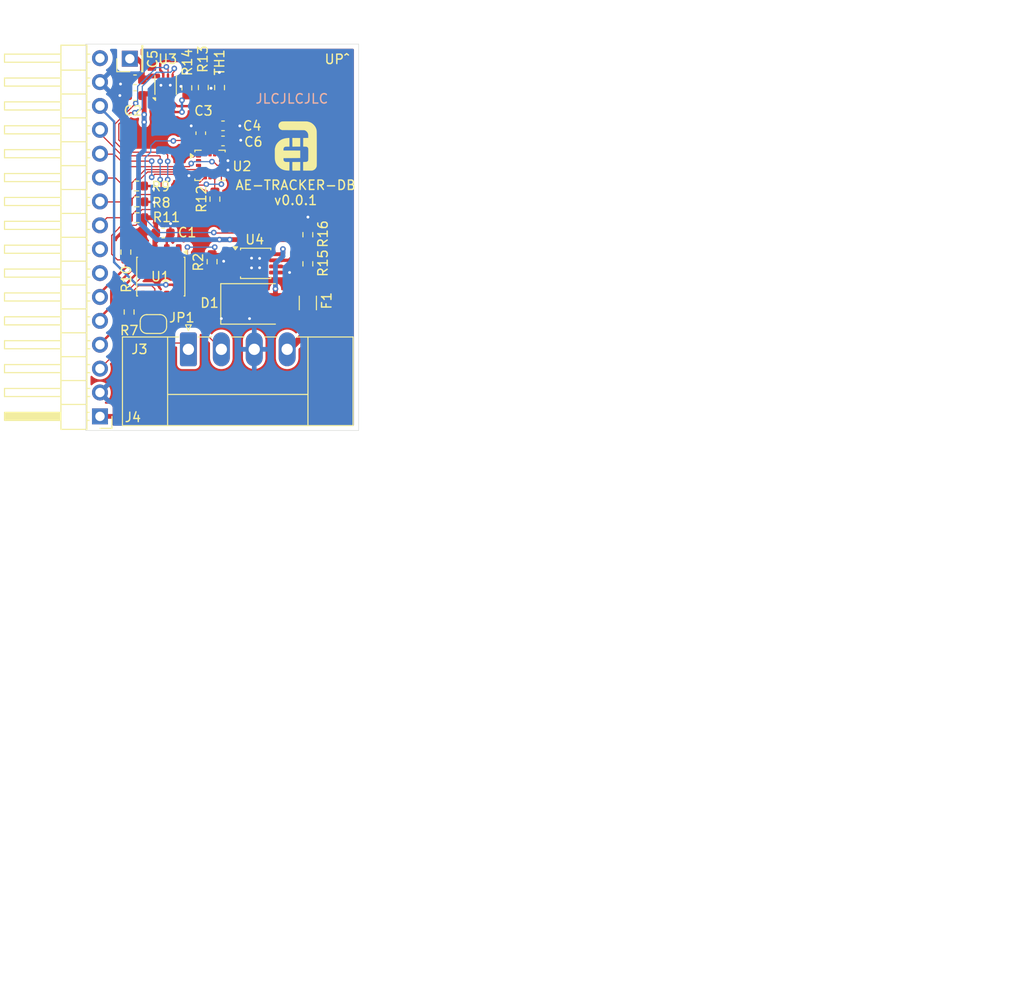
<source format=kicad_pcb>
(kicad_pcb (version 20241229) (generator "pcbnew") (generator_version "9.0")
  (layers (0 "F.Cu" signal) (2 "B.Cu" signal) (13 "F.Paste" user) (15 "B.Paste" user) (5 "F.SilkS" user "F.Silkscreen") (7 "B.SilkS" user "B.Silkscreen") (1 "F.Mask" user) (3 "B.Mask" user) (25 "Edge.Cuts" user))
  (net 0 "")
  (net 1 "GND")
  (net 2 "+3.3V")
  (net 3 "SUPPLY")
  (net 4 "Net-(U2-ADC1)")
  (net 5 "BATT_V")
  (net 6 "Net-(D1-A2)")
  (net 7 "SUPPLY_IN")
  (net 8 "CAN_L")
  (net 9 "CAN_H")
  (net 10 "SCL")
  (net 11 "STAT")
  (net 12 "ESP_RX")
  (net 13 "PG")
  (net 14 "INT2")
  (net 15 "INT1")
  (net 16 "RS")
  (net 18 "ESP_TX")
  (net 19 "SDA")
  (net 22 "Net-(JP1-B)")
  (net 24 "SUPPLY_EN")
  (net 25 "Net-(U2-CS)")
  (net 26 "Net-(U3-VSET)")
  (net 27 "Net-(U3-ISET)")
  (net 28 "Net-(U3-TS)")
  (footprint "Capacitor_SMD:C_0603_1608Metric" (layer "F.Cu") (at 149.081008 89.70426)
    (property "Reference" "C6" (at 3.225 0.1 0) (layer "F.SilkS"))
    (property "Value" "100nF")
    (pad "1" smd roundrect (at -0.775 0) (size 0.9 0.95) (layers "F.Cu" "F.Mask" "F.Paste") (net 2 "+3.3V"))
    (pad "2" smd roundrect (at 0.775 0) (size 0.9 0.95) (layers "F.Cu" "F.Mask" "F.Paste") (net 1 "GND"))
  )
  (footprint "Resistor_SMD:R_0603_1608Metric" (layer "F.Cu") (at 147.921489 102.545 90)
    (property "Reference" "R2" (at -0.055 -1.471489 90) (layer "F.SilkS"))
    (property "Value" "1.8M")
    (pad "1" smd roundrect (at -0.825 0 90) (size 0.8 0.95) (layers "F.Cu" "F.Mask" "F.Paste") (net 2 "+3.3V"))
    (pad "2" smd roundrect (at 0.825 0 90) (size 0.8 0.95) (layers "F.Cu" "F.Mask" "F.Paste") (net 24 "SUPPLY_EN"))
  )
  (footprint "Package_SO:SOIC-8_3.9x4.9mm_P1.27mm" (layer "F.Cu") (at 142.466888 104.133414 -90)
    (property "Reference" "U1" (at 0 0.0375 0) (layer "F.SilkS"))
    (property "Value" "SN65HVD231")
    (pad "1" smd roundrect (at -2.475 -1.905 270) (size 1.95 0.6) (layers "F.Cu" "F.Mask" "F.Paste") (net 18 "ESP_TX"))
    (pad "2" smd roundrect (at -2.475 -0.635 270) (size 1.95 0.6) (layers "F.Cu" "F.Mask" "F.Paste") (net 1 "GND"))
    (pad "3" smd roundrect (at -2.475 0.635 270) (size 1.95 0.6) (layers "F.Cu" "F.Mask" "F.Paste") (net 2 "+3.3V"))
    (pad "4" smd roundrect (at -2.475 1.905 270) (size 1.95 0.6) (layers "F.Cu" "F.Mask" "F.Paste") (net 12 "ESP_RX"))
    (pad "5" smd roundrect (at 2.475 1.905 270) (size 1.95 0.6) (layers "F.Cu" "F.Mask" "F.Paste"))
    (pad "6" smd roundrect (at 2.475 0.635 270) (size 1.95 0.6) (layers "F.Cu" "F.Mask" "F.Paste") (net 8 "CAN_L"))
    (pad "7" smd roundrect (at 2.475 -0.635 270) (size 1.95 0.6) (layers "F.Cu" "F.Mask" "F.Paste") (net 9 "CAN_H"))
    (pad "8" smd roundrect (at 2.475 -1.905 270) (size 1.95 0.6) (layers "F.Cu" "F.Mask" "F.Paste") (net 16 "RS"))
  )
  (footprint "Resistor_SMD:R_0603_1608Metric" (layer "F.Cu") (at 158.1 99.675 90)
    (property "Reference" "R16" (at 0.075 1.6 90) (layer "F.SilkS"))
    (property "Value" "100k")
    (pad "1" smd roundrect (at -0.825 0 90) (size 0.8 0.95) (layers "F.Cu" "F.Mask" "F.Paste") (net 4 "Net-(U2-ADC1)"))
    (pad "2" smd roundrect (at 0.825 0 90) (size 0.8 0.95) (layers "F.Cu" "F.Mask" "F.Paste") (net 1 "GND"))
  )
  (footprint "Capacitor_SMD:C_0603_1608Metric" (layer "F.Cu") (at 146.715547 88.875912 90)
    (property "Reference" "C3" (at 2.375912 0.284453 180) (layer "F.SilkS"))
    (property "Value" "10nF")
    (pad "1" smd roundrect (at -0.775 0 90) (size 0.9 0.95) (layers "F.Cu" "F.Mask" "F.Paste") (net 4 "Net-(U2-ADC1)"))
    (pad "2" smd roundrect (at 0.775 0 90) (size 0.9 0.95) (layers "F.Cu" "F.Mask" "F.Paste") (net 1 "GND"))
  )
  (footprint "Connector_PinHeader_2.54mm:PinHeader_1x01_P2.54mm_Vertical" (layer "F.Cu") (at 139.172975 80.955572 90)
    (property "Reference" "J2" (hide yes))
    (property "Value" "Conn_01x01_Pin")
    (pad "1" thru_hole rect (at 0 0 90) (size 1.7 1.7) (drill 1) (layers "*.Cu" "*.Mask") (net 5 "BATT_V"))
  )
  (footprint "Resistor_SMD:R_0603_1608Metric" (layer "F.Cu") (at 146.987667 84.017884 -90)
    (property "Reference" "R13" (at -3.017884 0.057421 90) (layer "F.SilkS"))
    (property "Value" "27.4k")
    (pad "1" smd roundrect (at -0.825 0 270) (size 0.8 0.95) (layers "F.Cu" "F.Mask" "F.Paste") (net 26 "Net-(U3-VSET)"))
    (pad "2" smd roundrect (at 0.825 0 270) (size 0.8 0.95) (layers "F.Cu" "F.Mask" "F.Paste") (net 1 "GND"))
  )
  (footprint "Package_SON:WSON-8-1EP_2x2mm_P0.5mm_EP0.9x1.6mm" (layer "F.Cu") (at 142.978491 83.745622 90)
    (property "Reference" "U3" (at 2.745622 0.221509 0) (layer "F.SilkS"))
    (property "Value" "BQ25176J")
    (pad "1" smd roundrect (at -0.95 -0.75 90) (size 0.5 0.25) (layers "F.Cu" "F.Mask" "F.Paste") (net 3 "SUPPLY"))
    (pad "2" smd roundrect (at -0.95 -0.25 90) (size 0.5 0.25) (layers "F.Cu" "F.Mask" "F.Paste") (net 27 "Net-(U3-ISET)"))
    (pad "3" smd roundrect (at -0.95 0.25 90) (size 0.5 0.25) (layers "F.Cu" "F.Mask" "F.Paste") (net 28 "Net-(U3-TS)"))
    (pad "4" smd roundrect (at -0.95 0.75 90) (size 0.5 0.25) (layers "F.Cu" "F.Mask" "F.Paste") (net 1 "GND"))
    (pad "5" smd roundrect (at 0.95 0.75 90) (size 0.5 0.25) (layers "F.Cu" "F.Mask" "F.Paste") (net 11 "STAT"))
    (pad "6" smd roundrect (at 0.95 0.25 90) (size 0.5 0.25) (layers "F.Cu" "F.Mask" "F.Paste") (net 13 "PG"))
    (pad "7" smd roundrect (at 0.95 -0.25 90) (size 0.5 0.25) (layers "F.Cu" "F.Mask" "F.Paste") (net 26 "Net-(U3-VSET)"))
    (pad "8" smd roundrect (at 0.95 -0.75 90) (size 0.5 0.25) (layers "F.Cu" "F.Mask" "F.Paste") (net 5 "BATT_V"))
    (pad "9" smd rect (at 0 0 90) (size 0.9 1.6) (layers "F.Cu" "F.Mask") (net 1 "GND"))
  )
  (footprint "Connector_PinHeader_2.54mm:PinHeader_1x16_P2.54mm_Horizontal" (layer "F.Cu") (at 136 119 180)
    (property "Reference" "J4" (at -3.5 -0.1 180) (layer "F.SilkS"))
    (property "Value" "Conn_01x16_Pin")
    (pad "1" thru_hole rect (at 0 0 180) (size 1.7 1.7) (drill 1) (layers "*.Cu" "*.Mask") (net 2 "+3.3V"))
    (pad "2" thru_hole circle (at 0 2.54 180) (size 1.7 1.7) (drill 1) (layers "*.Cu" "*.Mask") (net 1 "GND"))
    (pad "3" thru_hole circle (at 0 5.08 180) (size 1.7 1.7) (drill 1) (layers "*.Cu" "*.Mask") (net 24 "SUPPLY_EN"))
    (pad "4" thru_hole circle (at 0 7.62 180) (size 1.7 1.7) (drill 1) (layers "*.Cu" "*.Mask") (net 18 "ESP_TX"))
    (pad "5" thru_hole circle (at 0 10.16 180) (size 1.7 1.7) (drill 1) (layers "*.Cu" "*.Mask") (net 12 "ESP_RX"))
    (pad "6" thru_hole circle (at 0 12.7 180) (size 1.7 1.7) (drill 1) (layers "*.Cu" "*.Mask") (net 11 "STAT"))
    (pad "7" thru_hole circle (at 0 15.24 180) (size 1.7 1.7) (drill 1) (layers "*.Cu" "*.Mask"))
    (pad "8" thru_hole circle (at 0 17.78 180) (size 1.7 1.7) (drill 1) (layers "*.Cu" "*.Mask"))
    (pad "9" thru_hole circle (at 0 20.32 180) (size 1.7 1.7) (drill 1) (layers "*.Cu" "*.Mask") (net 13 "PG"))
    (pad "10" thru_hole circle (at 0 22.86 180) (size 1.7 1.7) (drill 1) (layers "*.Cu" "*.Mask") (net 19 "SDA"))
    (pad "11" thru_hole circle (at 0 25.4 180) (size 1.7 1.7) (drill 1) (layers "*.Cu" "*.Mask") (net 10 "SCL"))
    (pad "12" thru_hole circle (at 0 27.94 180) (size 1.7 1.7) (drill 1) (layers "*.Cu" "*.Mask") (net 15 "INT1"))
    (pad "13" thru_hole circle (at 0 30.48 180) (size 1.7 1.7) (drill 1) (layers "*.Cu" "*.Mask") (net 14 "INT2"))
    (pad "14" thru_hole circle (at 0 33.02 180) (size 1.7 1.7) (drill 1) (layers "*.Cu" "*.Mask") (net 16 "RS"))
    (pad "15" thru_hole circle (at 0 35.56 180) (size 1.7 1.7) (drill 1) (layers "*.Cu" "*.Mask") (net 1 "GND"))
    (pad "16" thru_hole circle (at 0 38.1 180) (size 1.7 1.7) (drill 1) (layers "*.Cu" "*.Mask"))
  )
  (footprint "Resistor_SMD:R_0603_1608Metric" (layer "F.Cu") (at 158.1 102.775 90)
    (property "Reference" "R15" (at 0.075 1.6 90) (layer "F.SilkS"))
    (property "Value" "1.8M")
    (pad "1" smd roundrect (at -0.825 0 90) (size 0.8 0.95) (layers "F.Cu" "F.Mask" "F.Paste") (net 3 "SUPPLY"))
    (pad "2" smd roundrect (at 0.825 0 90) (size 0.8 0.95) (layers "F.Cu" "F.Mask" "F.Paste") (net 4 "Net-(U2-ADC1)"))
  )
  (footprint "Resistor_SMD:R_0603_1608Metric" (layer "F.Cu") (at 148.220131 95.887813 90)
    (property "Reference" "R12" (at 0 -1.43 90) (layer "F.SilkS"))
    (property "Value" "10k")
    (pad "1" smd roundrect (at -0.825 0 90) (size 0.8 0.95) (layers "F.Cu" "F.Mask" "F.Paste") (net 2 "+3.3V"))
    (pad "2" smd roundrect (at 0.825 0 90) (size 0.8 0.95) (layers "F.Cu" "F.Mask" "F.Paste") (net 25 "Net-(U2-CS)"))
  )
  (footprint "Capacitor_SMD:C_0603_1608Metric" (layer "F.Cu") (at 142.713416 99.495917)
    (property "Reference" "C1" (at 2.561594 -0.049261 0) (layer "F.SilkS"))
    (property "Value" "100nF")
    (pad "1" smd roundrect (at -0.775 0) (size 0.9 0.95) (layers "F.Cu" "F.Mask" "F.Paste") (net 2 "+3.3V"))
    (pad "2" smd roundrect (at 0.775 0) (size 0.9 0.95) (layers "F.Cu" "F.Mask" "F.Paste") (net 1 "GND"))
  )
  (footprint "Resistor_SMD:R_0603_1608Metric" (layer "F.Cu") (at 139.882618 94.495489)
    (property "Reference" "R9" (at 2.582081 0.058242 0) (layer "F.SilkS"))
    (property "Value" "10k")
    (pad "1" smd roundrect (at -0.825 0) (size 0.8 0.95) (layers "F.Cu" "F.Mask" "F.Paste") (net 10 "SCL"))
    (pad "2" smd roundrect (at 0.825 0) (size 0.8 0.95) (layers "F.Cu" "F.Mask" "F.Paste") (net 1 "GND"))
  )
  (footprint "Resistor_SMD:R_0603_1608Metric" (layer "F.Cu") (at 138.751661 101.528972 -90)
    (property "Reference" "R10" (at 2.871028 -0.048339 90) (layer "F.SilkS"))
    (property "Value" "10k")
    (pad "1" smd roundrect (at -0.825 0 270) (size 0.8 0.95) (layers "F.Cu" "F.Mask" "F.Paste") (net 2 "+3.3V"))
    (pad "2" smd roundrect (at 0.825 0 270) (size 0.8 0.95) (layers "F.Cu" "F.Mask" "F.Paste") (net 11 "STAT"))
  )
  (footprint "Capacitor_SMD:C_0603_1608Metric" (layer "F.Cu") (at 139.728491 84.875614 180)
    (property "Reference" "C2" (at 0.228491 -1.624386 0) (layer "F.SilkS"))
    (property "Value" "1uF")
    (pad "1" smd roundrect (at -0.775 0 180) (size 0.9 0.95) (layers "F.Cu" "F.Mask" "F.Paste") (net 3 "SUPPLY"))
    (pad "2" smd roundrect (at 0.775 0 180) (size 0.9 0.95) (layers "F.Cu" "F.Mask" "F.Paste") (net 1 "GND"))
  )
  (footprint "Resistor_SMD:R_0603_1608Metric" (layer "F.Cu") (at 139.914506 96.182936)
    (property "Reference" "R8" (at 2.616533 0.093448 0) (layer "F.SilkS"))
    (property "Value" "10k")
    (pad "1" smd roundrect (at -0.825 0) (size 0.8 0.95) (layers "F.Cu" "F.Mask" "F.Paste") (net 19 "SDA"))
    (pad "2" smd roundrect (at 0.825 0) (size 0.8 0.95) (layers "F.Cu" "F.Mask" "F.Paste") (net 1 "GND"))
  )
  (footprint "Resistor_SMD:R_1206_3216Metric" (layer "F.Cu") (at 158.1 106.9375 90)
    (property "Reference" "F1" (at 0.2375 2 90) (layer "F.SilkS"))
    (property "Value" "1.5A 1206")
    (pad "1" smd roundrect (at -1.4625 0 90) (size 1.125 1.75) (layers "F.Cu" "F.Mask" "F.Paste") (roundrect_rratio 0.222222) (net 7 "SUPPLY_IN"))
    (pad "2" smd roundrect (at 1.4625 0 90) (size 1.125 1.75) (layers "F.Cu" "F.Mask" "F.Paste") (roundrect_rratio 0.222222) (net 6 "Net-(D1-A2)"))
  )
  (footprint "Resistor_SMD:R_0603_1608Metric" (layer "F.Cu") (at 139.1 107.9 90)
    (property "Reference" "R7" (at -1.967983 0.005539 180) (layer "F.SilkS"))
    (property "Value" "120R")
    (pad "1" smd roundrect (at -0.825 0 90) (size 0.8 0.95) (layers "F.Cu" "F.Mask" "F.Paste") (net 22 "Net-(JP1-B)"))
    (pad "2" smd roundrect (at 0.825 0 90) (size 0.8 0.95) (layers "F.Cu" "F.Mask" "F.Paste") (net 8 "CAN_L"))
  )
  (footprint "Jumper:SolderJumper-2_P1.3mm_Bridged_RoundedPad1.0x1.5mm" (layer "F.Cu") (at 141.680777 109.176007 180)
    (property "Reference" "JP1" (at -3.019223 0.676007 0) (layer "F.SilkS"))
    (property "Value" "Jumper_2_Bridged")
    (fp_poly (pts (xy 0.25 -0.3) (xy -0.25 -0.3) (xy -0.25 0.3) (xy 0.25 0.3)) (fill yes) (layer "F.Cu"))
    (pad "1" smd custom (at -0.65 0 180) (size 1 0.5) (layers "F.Cu" "F.Mask") (net 9 "CAN_H") (options (clearance outline) (anchor rect)) (primitives (gr_circle (center 0 0.25) (end 0.5 0.25) (width 0) (fill yes)) (gr_circle (center 0 -0.25) (end 0.5 -0.25) (width 0) (fill yes)) (gr_poly (pts (xy 0.5 0.75) (xy 0 0.75) (xy 0 -0.75) (xy 0.5 -0.75)) (width 0) (fill yes))))
    (pad "2" smd custom (at 0.65 0 180) (size 1 0.5) (layers "F.Cu" "F.Mask") (net 22 "Net-(JP1-B)") (options (clearance outline) (anchor rect)) (primitives (gr_circle (center 0 0.25) (end 0.5 0.25) (width 0) (fill yes)) (gr_circle (center 0 -0.25) (end 0.5 -0.25) (width 0) (fill yes)) (gr_poly (pts (xy 0 0.75) (xy -0.5 0.75) (xy -0.5 -0.75) (xy 0 -0.75)) (width 0) (fill yes))))
  )
  (footprint "Diode_SMD:D_SMB" (layer "F.Cu") (at 152.5 107.0375)
    (property "Reference" "D1" (at -4.85 -0.1 0) (layer "F.SilkS"))
    (property "Value" "SMBJ18A")
    (pad "1" smd roundrect (at -2.15 0) (size 2.5 2.3) (layers "F.Cu" "F.Mask" "F.Paste") (roundrect_rratio 0.1086956522) (net 1 "GND"))
    (pad "2" smd roundrect (at 2.15 0) (size 2.5 2.3) (layers "F.Cu" "F.Mask" "F.Paste") (roundrect_rratio 0.1086956522) (net 6 "Net-(D1-A2)"))
  )
  (footprint "Package_LGA:LGA-16_3x3mm_P0.5mm_LayoutBorder3x5y" (layer "F.Cu") (at 147.7 92.299749)
    (property "Reference" "U2" (at 3.4 0.100251 0) (layer "F.SilkS"))
    (property "Value" "LIS3DH")
    (pad "1" smd roundrect (at -1.225 -1) (size 0.55 0.35) (layers "F.Cu" "F.Mask" "F.Paste") (net 2 "+3.3V"))
    (pad "2" smd roundrect (at -1.225 -0.5) (size 0.55 0.35) (layers "F.Cu" "F.Mask" "F.Paste"))
    (pad "3" smd roundrect (at -1.225 0) (size 0.55 0.35) (layers "F.Cu" "F.Mask" "F.Paste"))
    (pad "4" smd roundrect (at -1.225 0.5) (size 0.55 0.35) (layers "F.Cu" "F.Mask" "F.Paste") (net 10 "SCL"))
    (pad "5" smd roundrect (at -1.225 1) (size 0.55 0.35) (layers "F.Cu" "F.Mask" "F.Paste") (net 1 "GND"))
    (pad "6" smd roundrect (at -0.5 1.225) (size 0.35 0.55) (layers "F.Cu" "F.Mask" "F.Paste") (net 19 "SDA"))
    (pad "7" smd roundrect (at 0 1.225) (size 0.35 0.55) (layers "F.Cu" "F.Mask" "F.Paste"))
    (pad "8" smd roundrect (at 0.5 1.225) (size 0.35 0.55) (layers "F.Cu" "F.Mask" "F.Paste") (net 25 "Net-(U2-CS)"))
    (pad "9" smd roundrect (at 1.225 1) (size 0.55 0.35) (layers "F.Cu" "F.Mask" "F.Paste") (net 14 "INT2"))
    (pad "10" smd roundrect (at 1.225 0.5) (size 0.55 0.35) (layers "F.Cu" "F.Mask" "F.Paste") (net 1 "GND"))
    (pad "11" smd roundrect (at 1.225 0) (size 0.55 0.35) (layers "F.Cu" "F.Mask" "F.Paste") (net 15 "INT1"))
    (pad "12" smd roundrect (at 1.225 -0.5) (size 0.55 0.35) (layers "F.Cu" "F.Mask" "F.Paste") (net 1 "GND"))
    (pad "13" smd roundrect (at 1.225 -1) (size 0.55 0.35) (layers "F.Cu" "F.Mask" "F.Paste"))
    (pad "14" smd roundrect (at 0.5 -1.225) (size 0.35 0.55) (layers "F.Cu" "F.Mask" "F.Paste") (net 2 "+3.3V"))
    (pad "15" smd roundrect (at 0 -1.225) (size 0.35 0.55) (layers "F.Cu" "F.Mask" "F.Paste"))
    (pad "16" smd roundrect (at -0.5 -1.225) (size 0.35 0.55) (layers "F.Cu" "F.Mask" "F.Paste") (net 4 "Net-(U2-ADC1)"))
  )
  (footprint "Acea:ae_5mm" (layer "F.Cu") (at 156.8 90.3)
    (property "Reference" "G***" (hide yes))
    (property "Value" "LOGO" (hide yes))
  )
  (footprint "Capacitor_SMD:C_0603_1608Metric" (layer "F.Cu") (at 139.728491 83.2 180)
    (property "Reference" "C5" (at -1.871509 2.2 90) (layer "F.SilkS"))
    (property "Value" "1uF")
    (pad "1" smd roundrect (at -0.775 0 180) (size 0.9 0.95) (layers "F.Cu" "F.Mask" "F.Paste") (net 5 "BATT_V"))
    (pad "2" smd roundrect (at 0.775 0 180) (size 0.9 0.95) (layers "F.Cu" "F.Mask" "F.Paste") (net 1 "GND"))
  )
  (footprint "Resistor_SMD:R_0603_1608Metric" (layer "F.Cu") (at 139.921454 97.869562 180)
    (property "Reference" "R11" (at -3.144901 0.0458 0) (layer "F.SilkS"))
    (property "Value" "10k")
    (pad "1" smd roundrect (at -0.825 0 180) (size 0.8 0.95) (layers "F.Cu" "F.Mask" "F.Paste") (net 2 "+3.3V"))
    (pad "2" smd roundrect (at 0.825 0 180) (size 0.8 0.95) (layers "F.Cu" "F.Mask" "F.Paste") (net 13 "PG"))
  )
  (footprint "Package_SO:MSOP-8-1EP_3x3mm_P0.65mm_EP1.68x1.88mm" (layer "F.Cu") (at 152.551489 102.725)
    (property "Reference" "U4" (at -0.101489 -2.525 0) (layer "F.SilkS"))
    (property "Value" "TPS1H000-Q1")
    (pad "1" smd roundrect (at -2.15 -0.975) (size 1.45 0.4) (layers "F.Cu" "F.Mask" "F.Paste") (net 24 "SUPPLY_EN"))
    (pad "2" smd roundrect (at -2.15 -0.325) (size 1.45 0.4) (layers "F.Cu" "F.Mask" "F.Paste") (net 1 "GND"))
    (pad "3" smd roundrect (at -2.15 0.325) (size 1.45 0.4) (layers "F.Cu" "F.Mask" "F.Paste"))
    (pad "4" smd roundrect (at -2.15 0.975) (size 1.45 0.4) (layers "F.Cu" "F.Mask" "F.Paste") (net 1 "GND"))
    (pad "5" smd roundrect (at 2.15 0.975) (size 1.45 0.4) (layers "F.Cu" "F.Mask" "F.Paste") (net 1 "GND"))
    (pad "6" smd roundrect (at 2.15 0.325) (size 1.45 0.4) (layers "F.Cu" "F.Mask" "F.Paste") (net 1 "GND"))
    (pad "7" smd roundrect (at 2.15 -0.325) (size 1.45 0.4) (layers "F.Cu" "F.Mask" "F.Paste") (net 3 "SUPPLY"))
    (pad "8" smd roundrect (at 2.15 -0.975) (size 1.45 0.4) (layers "F.Cu" "F.Mask" "F.Paste") (net 6 "Net-(D1-A2)"))
    (pad "9" smd rect (at 0 0) (size 1.68 1.88) (property pad_prop_heatsink) (layers "F.Cu" "F.Mask") (net 1 "GND"))
  )
  (footprint "Resistor_SMD:R_0603_1608Metric" (layer "F.Cu") (at 145.232881 84.053768 90)
    (property "Reference" "R14" (at 2.704406 0.051957 90) (layer "F.SilkS"))
    (property "Value" "590R")
    (pad "1" smd roundrect (at -0.825 0 90) (size 0.8 0.95) (layers "F.Cu" "F.Mask" "F.Paste") (net 27 "Net-(U3-ISET)"))
    (pad "2" smd roundrect (at 0.825 0 90) (size 0.8 0.95) (layers "F.Cu" "F.Mask" "F.Paste") (net 1 "GND"))
  )
  (footprint "Resistor_SMD:R_0603_1608Metric" (layer "F.Cu") (at 148.714085 84.024362 90)
    (property "Reference" "TH1" (at 2.675 0 90) (layer "F.SilkS"))
    (property "Value" "3453k")
    (pad "1" smd roundrect (at -0.825 0 90) (size 0.8 0.95) (layers "F.Cu" "F.Mask" "F.Paste") (net 28 "Net-(U3-TS)"))
    (pad "2" smd roundrect (at 0.825 0 90) (size 0.8 0.95) (layers "F.Cu" "F.Mask" "F.Paste") (net 1 "GND"))
  )
  (footprint "Capacitor_SMD:C_0603_1608Metric" (layer "F.Cu") (at 149.079833 88.095167)
    (property "Reference" "C4" (at 3.1 0 0) (layer "F.SilkS"))
    (property "Value" "10uF")
    (pad "1" smd roundrect (at -0.775 0) (size 0.9 0.95) (layers "F.Cu" "F.Mask" "F.Paste") (net 2 "+3.3V"))
    (pad "2" smd roundrect (at 0.775 0) (size 0.9 0.95) (layers "F.Cu" "F.Mask" "F.Paste") (net 1 "GND"))
  )
  (footprint "Connector_Phoenix_MC:PhoenixContact_MC_1,5_4-GF-3.5_1x04_P3.50mm_Horizontal_ThreadedFlange" (layer "F.Cu") (at 145.4 111.8675)
    (property "Reference" "J3" (at -5.2 0 0) (layer "F.SilkS"))
    (property "Value" "Conn_01x04_Socket")
    (pad "1" thru_hole roundrect (at 0 0) (size 1.8 3.6) (drill 1.2) (layers "*.Cu" "*.Mask") (roundrect_rratio 0.138889) (net 8 "CAN_L"))
    (pad "2" thru_hole oval (at 3.5 0) (size 1.8 3.6) (drill 1.2) (layers "*.Cu" "*.Mask") (net 9 "CAN_H"))
    (pad "3" thru_hole oval (at 7 0) (size 1.8 3.6) (drill 1.2) (layers "*.Cu" "*.Mask") (net 1 "GND"))
    (pad "4" thru_hole oval (at 10.5 0) (size 1.8 3.6) (drill 1.2) (layers "*.Cu" "*.Mask") (net 7 "SUPPLY_IN"))
  )
  (gr_line (start 163.493992 79.4) (end 134.493992 79.4) (stroke (width 0.05)) (layer "Edge.Cuts"))
  (gr_line (start 134.493992 79.4) (end 134.493992 120.495489) (stroke (width 0.05)) (layer "Edge.Cuts"))
  (gr_line (start 163.493992 120.495489) (end 163.493992 79.4) (stroke (width 0.05)) (layer "Edge.Cuts"))
  (gr_line (start 134.493992 120.495489) (end 163.493992 120.495489) (stroke (width 0.05)) (layer "Edge.Cuts"))
  (gr_text "AE-TRACKER-DB\nv0.0.1" (at 156.8 96.6 0) (layer "F.SilkS") (effects (font (size 1 1) (thickness 0.15) (bold yes)) (justify bottom)))
  (gr_text "UP^" (at 161.2 81.6 0) (layer "F.SilkS") (effects (font (size 1 1) (thickness 0.15) (bold yes)) (justify bottom)))
  (gr_text "JLCJLCJLC" (at 156.4 85.8 0) (layer "B.SilkS") (effects (font (size 1 1) (thickness 0.15) (bold yes)) (justify bottom)))
  (segment (start 143.101888 101.658414) (end 143.101888 99.882445) (width 0.254) (layer "F.Cu") (net 1))
  (segment (start 154.701489 103.05) (end 155.928747 103.05) (width 0.254) (layer "F.Cu") (net 1))
  (segment (start 138.184542 83.644563) (end 138.829105 83) (width 0.508) (layer "F.Cu") (net 1))
  (segment (start 148.695105 83.180382) (end 148.714085 83.199362) (width 0.508) (layer "F.Cu") (net 1))
  (segment (start 149.902006 89.625258) (end 149.881008 89.60426) (width 0.127) (layer "F.Cu") (net 1))
  (segment (start 143.488416 98.511584) (end 143.5 98.5) (width 0.254) (layer "F.Cu") (net 1))
  (segment (start 158.10878 97.803624) (end 158.10878 98.367461) (width 0.127) (layer "F.Cu") (net 1))
  (segment (start 148.684679 83.228768) (end 148.714085 83.199362) (width 0.508) (layer "F.Cu") (net 1))
  (segment (start 147.812526 84.096583) (end 147.066225 84.842884) (width 0.508) (layer "F.Cu") (net 1))
  (segment (start 158.1 98.376241) (end 158.1 98.775) (width 0.127) (layer "F.Cu") (net 1))
  (segment (start 150.867251 88.102162) (end 149.847838 88.102162) (width 0.127) (layer "F.Cu") (net 1))
  (segment (start 149.606008 92.799749) (end 148.925 92.799749) (width 0.127) (layer "F.Cu") (net 1))
  (segment (start 141.7 94.8) (end 141.395489 94.495489) (width 0.254) (layer "F.Cu") (net 1))
  (segment (start 138.114767 84.873002) (end 138.950879 84.873002) (width 0.508) (layer "F.Cu") (net 1))
  (segment (start 150.964226 89.625258) (end 149.902006 89.625258) (width 0.127) (layer "F.Cu") (net 1))
  (segment (start 149.15 102.5) (end 149.25 102.4) (width 0.254) (layer "F.Cu") (net 1))
  (segment (start 138.184542 83.649053) (end 138.184542 83.644563) (width 0.508) (layer "F.Cu") (net 1))
  (segment (start 156.155486 103.276739) (end 156.155486 103.694514) (width 0.254) (layer "F.Cu") (net 1))
  (segment (start 154.701489 103.7) (end 156.15 103.7) (width 0.254) (layer "F.Cu") (net 1))
  (segment (start 145.218099 82.467329) (end 145.218099 83.213986) (width 0.508) (layer "F.Cu") (net 1))
  (segment (start 149.15 102.5) (end 149.298691 102.648691) (width 0.254) (layer "F.Cu") (net 1))
  (segment (start 145.796768 93.4) (end 145.897019 93.299749) (width 0.127) (layer "F.Cu") (net 1))
  (segment (start 146.7 88.110365) (end 146.715547 88.125912) (width 0.127) (layer "F.Cu") (net 1))
  (segment (start 138.953491 83.1) (end 138.953491 83.2) (width 0.508) (layer "F.Cu") (net 1))
  (segment (start 148.695105 82.414974) (end 148.695105 83.180382) (width 0.508) (layer "F.Cu") (net 1))
  (segment (start 138.853491 83) (end 138.953491 83.1) (width 0.508) (layer "F.Cu") (net 1))
  (segment (start 138.950879 84.873002) (end 138.953491 84.875614) (width 0.508) (layer "F.Cu") (net 1))
  (segment (start 145.456008 93.4) (end 145.796768 93.4) (width 0.127) (layer "F.Cu") (net 1))
  (segment (start 144.6 83.9) (end 144.6 83.991733) (width 0.508) (layer "F.Cu") (net 1))
  (segment (start 150.05 108.0375) (end 150.044514 108.042986) (width 0.254) (layer "F.Cu") (net 1))
  (segment (start 144.6 83.991733) (end 143.896111 84.695622) (width 0.508) (layer "F.Cu") (net 1))
  (segment (start 145.710365 88.110365) (end 146.7 88.110365) (width 0.127) (layer "F.Cu") (net 1))
  (segment (start 149.25 102.4) (end 150.401489 102.4) (width 0.254) (layer "F.Cu") (net 1))
  (segment (start 140.739506 96.182936) (end 141.690081 96.182936) (width 0.254) (layer "F.Cu") (net 1))
  (segment (start 149.298691 102.648691) (end 149.298691 103.448691) (width 0.254) (layer "F.Cu") (net 1))
  (segment (start 147.066225 84.842884) (end 146.987667 84.842884) (width 0.508) (layer "F.Cu") (net 1))
  (segment (start 150.35 107.15) (end 150.35 107.0375) (width 0.508) (layer "F.Cu") (net 1))
  (segment (start 158.10878 98.367461) (end 158.1 98.376241) (width 0.127) (layer "F.Cu") (net 1))
  (segment (start 151.9 108.6) (end 151.376862 108.076862) (width 0.508) (layer "F.Cu") (net 1))
  (segment (start 149.298691 103.448691) (end 149.55 103.7) (width 0.254) (layer "F.Cu") (net 1))
  (segment (start 141.690081 96.182936) (end 141.743715 96.23657) (width 0.254) (layer "F.Cu") (net 1))
  (segment (start 145.218099 83.213986) (end 145.232881 83.228768) (width 0.508) (layer "F.Cu") (net 1))
  (segment (start 143.488416 99.495917) (end 143.488416 98.511584) (width 0.254) (layer "F.Cu") (net 1))
  (segment (start 143.101888 99.882445) (end 143.488416 99.495917) (width 0.254) (layer "F.Cu") (net 1))
  (segment (start 148.9 108.6) (end 150.35 107.15) (width 0.508) (layer "F.Cu") (net 1))
  (segment (start 149.55 103.7) (end 150.401489 103.7) (width 0.254) (layer "F.Cu") (net 1))
  (segment (start 145.897019 93.299749) (end 146.475 93.299749) (width 0.127) (layer "F.Cu") (net 1))
  (segment (start 149.847838 88.102162) (end 149.854833 88.095167) (width 0.127) (layer "F.Cu") (net 1))
  (segment (start 149.606008 91.799749) (end 148.925 91.799749) (width 0.127) (layer "F.Cu") (net 1))
  (segment (start 155.928747 103.05) (end 156.155486 103.276739) (width 0.254) (layer "F.Cu") (net 1))
  (segment (start 145.7 88.1) (end 145.710365 88.110365) (width 0.127) (layer "F.Cu") (net 1))
  (segment (start 138.829105 83) (end 138.853491 83) (width 0.508) (layer "F.Cu") (net 1))
  (segment (start 141.395489 94.495489) (end 140.707618 94.495489) (width 0.254) (layer "F.Cu") (net 1))
  (via (at 145.7 88.1) (size 0.6) (drill 0.3) (layers "F.Cu" "B.Cu") (net 1))
  (via (at 143.472691 83.774357) (size 0.6) (drill 0.3) (layers "F.Cu" "B.Cu") (net 1))
  (via (at 145.218099 82.467329) (size 0.6) (drill 0.3) (layers "F.Cu" "B.Cu") (net 1))
  (via (at 145.456008 93.4) (size 0.6) (drill 0.3) (layers "F.Cu" "B.Cu") (net 1))
  (via (at 142.480425 83.783378) (size 0.6) (drill 0.3) (layers "F.Cu" "B.Cu") (net 1))
  (via (at 158.10878 97.803624) (size 0.6) (drill 0.3) (layers "F.Cu" "B.Cu") (net 1))
  (via (at 150.964226 89.625258) (size 0.6) (drill 0.3) (layers "F.Cu" "B.Cu") (net 1))
  (via (at 152.971489 102.195) (size 0.6) (drill 0.3) (layers "F.Cu" "B.Cu") (net 1))
  (via (at 141.7 94.8) (size 0.6) (drill 0.3) (layers "F.Cu" "B.Cu") (net 1))
  (via (at 156.155486 103.694514) (size 0.6) (drill 0.3) (layers "F.Cu" "B.Cu") (net 1))
  (via (at 144.6 83.9) (size 0.6) (drill 0.3) (layers "F.Cu" "B.Cu") (net 1))
  (via (at 148.695105 82.414974) (size 0.6) (drill 0.3) (layers "F.Cu" "B.Cu") (net 1))
  (via (at 138.184542 83.649053) (size 0.6) (drill 0.3) (layers "F.Cu" "B.Cu") (net 1))
  (via (at 150.867251 88.102162) (size 0.6) (drill 0.3) (layers "F.Cu" "B.Cu") (net 1))
  (via (at 152.112873 103.208152) (size 0.6) (drill 0.3) (layers "F.Cu" "B.Cu") (net 1))
  (via (at 149.606008 92.799749) (size 0.6) (drill 0.3) (layers "F.Cu" "B.Cu") (net 1))
  (via (at 149.15 102.5) (size 0.6) (drill 0.3) (layers "F.Cu" "B.Cu") (net 1))
  (via (at 138.114767 84.873002) (size 0.6) (drill 0.3) (layers "F.Cu" "B.Cu") (net 1))
  (via (at 148.9 108.6) (size 0.6) (drill 0.3) (layers "F.Cu" "B.Cu") (net 1))
  (via (at 141.743715 96.23657) (size 0.6) (drill 0.3) (layers "F.Cu" "B.Cu") (net 1))
  (via (at 149.606008 91.799749) (size 0.6) (drill 0.3) (layers "F.Cu" "B.Cu") (net 1))
  (via (at 151.9 108.6) (size 0.6) (drill 0.3) (layers "F.Cu" "B.Cu") (net 1))
  (via (at 143.5 98.5) (size 0.6) (drill 0.3) (layers "F.Cu" "B.Cu") (net 1))
  (via (at 147.812526 84.096583) (size 0.6) (drill 0.3) (layers "F.Cu" "B.Cu") (net 1))
  (via (at 152.114468 102.168364) (size 0.6) (drill 0.3) (layers "F.Cu" "B.Cu") (net 1))
  (via (at 152.971489 103.195) (size 0.6) (drill 0.3) (layers "F.Cu" "B.Cu") (net 1))
  (segment (start 148.2 88.2) (end 148.304833 88.095167) (width 0.127) (layer "F.Cu") (net 2))
  (segment (start 148.2 91.074749) (end 148.2 88.2) (width 0.127) (layer "F.Cu") (net 2))
  (segment (start 140.683483 84.695622) (end 140.503491 84.875614) (width 0.254) (layer "F.Cu") (net 3))
  (segment (start 142.024406 84.693293) (end 140.685812 84.693293) (width 0.554) (layer "F.Cu") (net 3))
  (segment (start 140.503491 84.875614) (end 140.479398 84.851521) (width 0.554) (layer "F.Cu") (net 3))
  (segment (start 140.685812 84.693293) (end 140.503491 84.875614) (width 0.554) (layer "F.Cu") (net 3))
  (segment (start 140.7 87.7) (end 140.7 85.072123) (width 0.508) (layer "F.Cu") (net 3))
  (segment (start 149.8 100.2) (end 148.7 100.2) (width 0.508) (layer "F.Cu") (net 3))
  (segment (start 157.8 103.6) (end 156.4 102.2) (width 0.127) (layer "F.Cu") (net 3))
  (segment (start 156.2 102.4) (end 156.4 102.2) (width 0.508) (layer "F.Cu") (net 3))
  (segment (start 156.6 102) (end 156.6 100.7) (width 0.508) (layer "F.Cu") (net 3))
  (segment (start 140.7 85.072123) (end 140.503491 84.875614) (width 0.508) (layer "F.Cu") (net 3))
  (segment (start 156.4 102.2) (end 156.6 102) (width 0.508) (layer "F.Cu") (net 3))
  (segment (start 156.6 100.7) (end 156.1 100.2) (width 0.508) (layer "F.Cu") (net 3))
  (segment (start 156.1 100.2) (end 149.8 100.2) (width 0.508) (layer "F.Cu") (net 3))
  (segment (start 158.1 103.6) (end 157.8 103.6) (width 0.127) (layer "F.Cu") (net 3))
  (segment (start 154.701489 102.4) (end 156.2 102.4) (width 0.354) (layer "F.Cu") (net 3))
  (segment (start 140.479398 84.851521) (end 140.479398 84.693293) (width 0.554) (layer "F.Cu") (net 3))
  (via (at 149.8 100.2) (size 0.6) (drill 0.3) (layers "F.Cu" "B.Cu") (net 3))
  (via (at 148.7 100.2) (size 0.6) (drill 0.3) (layers "F.Cu" "B.Cu") (net 3))
  (via (at 140.7 87.7) (size 0.6) (drill 0.3) (layers "F.Cu" "B.Cu") (net 3))
  (via (at 140.7 86.9) (size 0.6) (drill 0.3) (layers "F.Cu" "B.Cu") (net 3))
  (segment (start 140.7 87.7) (end 140.7 86.9) (width 0.508) (layer "B.Cu") (net 3))
  (segment (start 140.1 91.3) (end 140.1 98.3) (width 0.508) (layer "B.Cu") (net 3))
  (segment (start 140.7 90.7) (end 140.1 91.3) (width 0.508) (layer "B.Cu") (net 3))
  (segment (start 142 100.2) (end 149.8 100.2) (width 0.508) (layer "B.Cu") (net 3))
  (segment (start 140.1 98.3) (end 142 100.2) (width 0.508) (layer "B.Cu") (net 3))
  (segment (start 140.7 87.7) (end 140.7 90.7) (width 0.508) (layer "B.Cu") (net 3))
  (segment (start 143.849088 89.650912) (end 146.715547 89.650912) (width 0.127) (layer "F.Cu") (net 4))
  (segment (start 158.1 101.375) (end 158.1 100.5) (width 0.127) (layer "F.Cu") (net 4))
  (segment (start 148.154 99.5) (end 157.1 99.5) (width 0.127) (layer "F.Cu") (net 4))
  (segment (start 143.8 89.7) (end 143.849088 89.650912) (width 0.127) (layer "F.Cu") (net 4))
  (segment (start 158.1 101.95) (end 158.1 101.075) (width 0.127) (layer "F.Cu") (net 4))
  (segment (start 147.2 90.135365) (end 146.715547 89.650912) (width 0.127) (layer "F.Cu") (net 4))
  (segment (start 148.1 99.446) (end 148.154 99.5) (width 0.127) (layer "F.Cu") (net 4))
  (segment (start 157.1 99.5) (end 158.1 100.5) (width 0.127) (layer "F.Cu") (net 4))
  (segment (start 147.012213 89.697155) (end 146.96597 89.650912) (width 0.127) (layer "F.Cu") (net 4))
  (segment (start 147.2 91.074749) (end 147.2 90.135365) (width 0.127) (layer "F.Cu") (net 4))
  (via (at 143.8 89.7) (size 0.6) (drill 0.3) (layers "F.Cu" "B.Cu") (net 4))
  (via (at 148.1 99.446) (size 0.6) (drill 0.3) (layers "F.Cu" "B.Cu") (net 4))
  (segment (start 142.246 99.446) (end 140.8 98) (width 0.127) (layer "B.Cu") (net 4))
  (segment (start 141.9 89.7) (end 143.8 89.7) (width 0.127) (layer "B.Cu") (net 4))
  (segment (start 140.8 98) (end 140.8 91.5) (width 0.127) (layer "B.Cu") (net 4))
  (segment (start 141.4 90.2) (end 141.9 89.7) (width 0.127) (layer "B.Cu") (net 4))
  (segment (start 140.8 91.5) (end 141.4 90.9) (width 0.127) (layer "B.Cu") (net 4))
  (segment (start 148.1 99.446) (end 142.246 99.446) (width 0.127) (layer "B.Cu") (net 4))
  (segment (start 141.4 90.9) (end 141.4 90.2) (width 0.127) (layer "B.Cu") (net 4))
  (segment (start 139.172975 80.955572) (end 139.955572 80.955572) (width 0.508) (layer "F.Cu") (net 5))
  (segment (start 139.955572 80.955572) (end 140.503491 81.503491) (width 0.508) (layer "F.Cu") (net 5))
  (segment (start 140.703491 83) (end 141.1 83) (width 0.508) (layer "F.Cu") (net 5))
  (segment (start 141.1 83) (end 141.304378 82.795622) (width 0.508) (layer "F.Cu") (net 5))
  (segment (start 140.503491 81.503491) (end 140.503491 83.2) (width 0.508) (layer "F.Cu") (net 5))
  (segment (start 140.503491 83.2) (end 140.703491 83) (width 0.508) (layer "F.Cu") (net 5))
  (segment (start 141.304378 82.795622) (end 142.148491 82.795622) (width 0.508) (layer "F.Cu") (net 5))
  (segment (start 156.875 106.7) (end 155.918508 106.7) (width 0.708) (layer "F.Cu") (net 6))
  (segment (start 158.1 105.475) (end 156.875 106.7) (width 0.708) (layer "F.Cu") (net 6))
  (segment (start 155.45 101.2) (end 155.45 101.6) (width 0.508) (layer "F.Cu") (net 6))
  (segment (start 154.65 105.443508) (end 154.65 107.0375) (width 0.508) (layer "F.Cu") (net 6))
  (segment (start 153.849475 107.838025) (end 154.65 107.0375) (width 0.508) (layer "F.Cu") (net 6))
  (segment (start 155.45 101.6) (end 155.32 101.73) (width 0.508) (layer "F.Cu") (net 6))
  (segment (start 154.656008 105.4375) (end 154.65 105.443508) (width 0.508) (layer "F.Cu") (net 6))
  (via (at 154.656008 105.4375) (size 0.6) (drill 0.3) (layers "F.Cu" "B.Cu") (net 6))
  (via (at 155.45 101.2) (size 0.6) (drill 0.3) (layers "F.Cu" "B.Cu") (net 6))
  (segment (start 154.656008 102.760481) (end 154.656008 105.4375) (width 0.508) (layer "B.Cu") (net 6))
  (segment (start 155.45 101.966489) (end 154.656008 102.760481) (width 0.508) (layer "B.Cu") (net 6))
  (segment (start 155.45 101.2) (end 155.45 101.966489) (width 0.508) (layer "B.Cu") (net 6))
  (segment (start 155.9 111.8675) (end 156.1325 111.8675) (width 0.708) (layer "F.Cu") (net 7))
  (segment (start 156.1325 111.8675) (end 158.1 109.9) (width 0.708) (layer "F.Cu") (net 7))
  (segment (start 158.1 109.9) (end 158.1 108.4) (width 0.708) (layer "F.Cu") (net 7))
  (segment (start 140.1 105.1) (end 141.5 105.1) (width 0.127) (layer "F.Cu") (net 8))
  (segment (start 140.437556 111.2) (end 138.3605 109.122944) (width 0.127) (layer "F.Cu") (net 8))
  (segment (start 138.3605 109.122944) (end 138.3605 107.8145) (width 0.127) (layer "F.Cu") (net 8))
  (segment (start 145.4 111.8675) (end 144.7325 111.2) (width 0.127) (layer "F.Cu") (net 8))
  (segment (start 141.5 105.1) (end 141.831888 105.431888) (width 0.127) (layer "F.Cu") (net 8))
  (segment (start 138.3605 107.8145) (end 139.1 107.075) (width 0.127) (layer "F.Cu") (net 8))
  (segment (start 138.9 106.3) (end 140.1 105.1) (width 0.127) (layer "F.Cu") (net 8))
  (segment (start 139.1 107.075) (end 138.9 106.875) (width 0.127) (layer "F.Cu") (net 8))
  (segment (start 138.9 106.875) (end 138.9 106.3) (width 0.127) (layer "F.Cu") (net 8))
  (segment (start 144.7325 111.2) (end 140.437556 111.2) (width 0.127) (layer "F.Cu") (net 8))
  (segment (start 141.831888 105.431888) (end 141.831888 106.608414) (width 0.127) (layer "F.Cu") (net 8))
  (segment (start 146.208507 109.176007) (end 148.9 111.8675) (width 0.127) (layer "F.Cu") (net 9))
  (segment (start 143.101888 106.608414) (end 143.101888 109.174119) (width 0.127) (layer "F.Cu") (net 9))
  (segment (start 143.101888 109.174119) (end 143.1 109.176007) (width 0.127) (layer "F.Cu") (net 9))
  (segment (start 143.1 109.176007) (end 146.208507 109.176007) (width 0.127) (layer "F.Cu") (net 9))
  (segment (start 142.330777 109.176007) (end 143.1 109.176007) (width 0.127) (layer "F.Cu") (net 9))
  (segment (start 139.057618 94.495489) (end 140.803107 92.75) (width 0.127) (layer "F.Cu") (net 10))
  (segment (start 137.659511 93.650489) (end 135.878992 93.650489) (width 0.127) (layer "F.Cu") (net 10))
  (segment (start 138.504511 94.495489) (end 137.659511 93.650489) (width 0.127) (layer "F.Cu") (net 10))
  (segment (start 146.425251 92.75) (end 146.475 92.799749) (width 0.127) (layer "F.Cu") (net 10))
  (segment (start 140.803107 92.75) (end 146.425251 92.75) (width 0.127) (layer "F.Cu") (net 10))
  (segment (start 139.057618 94.495489) (end 138.504511 94.495489) (width 0.127) (layer "F.Cu") (net 10))
  (segment (start 137.245833 99.754167) (end 137.245833 101.745833) (width 0.127) (layer "F.Cu") (net 11))
  (segment (start 143.2 93.8135) (end 143.2 95.57861) (width 0.127) (layer "F.Cu") (net 11))
  (segment (start 139.7 86.7) (end 139.20922 86.7) (width 0.127) (layer "F.Cu") (net 11))
  (segment (start 139.20922 86.7) (end 138 87.90922) (width 0.127) (layer "F.Cu") (net 11))
  (segment (start 138.285788 98.674342) (end 138 98.96013) (width 0.127) (layer "F.Cu") (net 11))
  (segment (start 140 97.478572) (end 140 98.5) (width 0.127) (layer "F.Cu") (net 11))
  (segment (start 143.9 82.309494) (end 143.728491 82.481003) (width 0.127) (layer "F.Cu") (net 11))
  (segment (start 137.245833 101.745833) (end 137.853972 102.353972) (width 0.127) (layer "F.Cu") (net 11))
  (segment (start 138 98.96013) (end 138 99) (width 0.127) (layer "F.Cu") (net 11))
  (segment (start 138 87.90922) (end 138 89.6) (width 0.127) (layer "F.Cu") (net 11))
  (segment (start 142.9 90.9) (end 143.2 91.2) (width 0.127) (layer "F.Cu") (net 11))
  (segment (start 143.2 91.2) (end 143.2 91.872587) (width 0.127) (layer "F.Cu") (net 11))
  (segment (start 143.9 82) (end 143.9 82.309494) (width 0.127) (layer "F.Cu") (net 11))
  (segment (start 138.751661 102.353972) (end 138.751661 103.148339) (width 0.254) (layer "F.Cu") (net 11))
  (segment (start 135.901413 106.37291) (end 135.878992 106.350489) (width 0.254) (layer "F.Cu") (net 11))
  (segment (start 138.751661 103.148339) (end 135.901413 105.998587) (width 0.254) (layer "F.Cu") (net 11))
  (segment (start 139.3 90.9) (end 142.9 90.9) (width 0.127) (layer "F.Cu") (net 11))
  (segment (start 137.853972 102.353972) (end 138.751661 102.353972) (width 0.127) (layer "F.Cu") (net 11))
  (segment (start 138 89.6) (end 139.3 90.9) (width 0.127) (layer "F.Cu") (net 11))
  (segment (start 141.778609 97) (end 140.478572 97) (width 0.127) (layer "F.Cu") (net 11))
  (segment (start 140 98.5) (end 139.825658 98.674342) (width 0.127) (layer "F.Cu") (net 11))
  (segment (start 138 99) (end 137.245833 99.754167) (width 0.127) (layer "F.Cu") (net 11))
  (segment (start 143.728491 82.481003) (end 143.728491 82.795622) (width 0.127) (layer "F.Cu") (net 11))
  (segment (start 135.901413 105.998587) (end 135.901413 106.37291) (width 0.254) (layer "F.Cu") (net 11))
  (segment (start 140.478572 97) (end 140 97.478572) (width 0.127) (layer "F.Cu") (net 11))
  (segment (start 139.825658 98.674342) (end 138.285788 98.674342) (width 0.127) (layer "F.Cu") (net 11))
  (segment (start 143.2 95.57861) (end 141.778609 97) (width 0.127) (layer "F.Cu") (net 11))
  (via (at 143.9 82) (size 0.6) (drill 0.3) (layers "F.Cu" "B.Cu") (net 11))
  (via (at 143.2 91.872587) (size 0.6) (drill 0.3) (layers "F.Cu" "B.Cu") (net 11))
  (via (at 143.2 93.8135) (size 0.6) (drill 0.3) (layers "F.Cu" "B.Cu") (net 11))
  (via (at 139.7 86.7) (size 0.6) (drill 0.3) (layers "F.Cu" "B.Cu") (net 11))
  (segment (start 142 82.4) (end 143.5 82.4) (width 0.127) (layer "B.Cu") (net 11))
  (segment (start 140.5 86.2) (end 140.5 83.9) (width 0.127) (layer "B.Cu") (net 11))
  (segment (start 139.7 86.7) (end 140 86.4) (width 0.127) (layer "B.Cu") (net 11))
  (segment (start 140.265176 86.4) (end 140.266176 86.401) (width 0.127) (layer "B.Cu") (net 11))
  (segment (start 143.2 93.8135) (end 143.2 91.872587) (width 0.127) (layer "B.Cu") (net 11))
  (segment (start 140.299 86.401) (end 140.5 86.2) (width 0.127) (layer "B.Cu") (net 11))
  (segment (start 140.5 83.9) (end 142 82.4) (width 0.127) (layer "B.Cu") (net 11))
  (segment (start 140.266176 86.401) (end 140.299 86.401) (width 0.127) (layer "B.Cu") (net 11))
  (segment (start 140 86.4) (end 140.265176 86.4) (width 0.127) (layer "B.Cu") (net 11))
  (segment (start 143.5 82.4) (end 143.9 82) (width 0.127) (layer "B.Cu") (net 11))
  (segment (start 135.878992 108.890489) (end 135.878992 108.621008) (width 0.254) (layer "F.Cu") (net 12))
  (segment (start 137.2 105.6) (end 139.589229 103.210771) (width 0.254) (layer "F.Cu") (net 12))
  (segment (start 135.878992 108.621008) (end 137.2 107.3) (width 0.254) (layer "F.Cu") (net 12))
  (segment (start 139.589229 102.631073) (end 140.561888 101.658414) (width 0.254) (layer "F.Cu") (net 12))
  (segment (start 139.589229 103.210771) (end 139.589229 102.631073) (width 0.254) (layer "F.Cu") (net 12))
  (segment (start 137.2 107.3) (end 137.2 105.6) (width 0.254) (layer "F.Cu") (net 12))
  (segment (start 136.739919 97.869562) (end 139.096454 97.869562) (width 0.127) (layer "F.Cu") (net 13))
  (segment (start 142.5 95) (end 142.1 95.4) (width 0.127) (layer "F.Cu") (net 13))
  (segment (start 139.793433 85.8) (end 139.7 85.8) (width 0.127) (layer "F.Cu") (net 13))
  (segment (start 143.093356 81.8635) (end 143.093356 81.991865) (width 0.254) (layer "F.Cu") (net 13))
  (segment (start 143.056856 81.856856) (end 143.235155 82.035155) (width 0.127) (layer "F.Cu") (net 13))
  (segment (start 143.235155 82.788958) (end 143.228491 82.795622) (width 0.127) (layer "F.Cu") (net 13))
  (segment (start 139.8 85.7) (end 139.8 85.793433) (width 0.127) (layer "F.Cu") (net 13))
  (segment (start 142.3355 91.2855) (end 142.4 91.35) (width 0.127) (layer "F.Cu") (net 13))
  (segment (start 135.878992 98.730489) (end 136.739919 97.869562) (width 0.127) (layer "F.Cu") (net 13))
  (segment (start 142.4 93.8135) (end 142.5 93.9135) (width 0.127) (layer "F.Cu") (net 13))
  (segment (start 143.056856 81.827) (end 143.093356 81.8635) (width 0.254) (layer "F.Cu") (net 13))
  (segment (start 139.7 85.8) (end 137.6 87.9) (width 0.127) (layer "F.Cu") (net 13))
  (segment (start 142.1 95.4) (end 140.334989 95.4) (width 0.127) (layer "F.Cu") (net 13))
  (segment (start 139.0855 91.2855) (end 142.3355 91.2855) (width 0.127) (layer "F.Cu") (net 13))
  (segment (start 140 95.734989) (end 140 96.966016) (width 0.127) (layer "F.Cu") (net 13))
  (segment (start 140.334989 95.4) (end 140 95.734989) (width 0.127) (layer "F.Cu") (net 13))
  (segment (start 142.4 91.35) (end 142.4 91.872587) (width 0.127) (layer "F.Cu") (net 13))
  (segment (start 137.6 87.9) (end 137.6 89.8) (width 0.127) (layer "F.Cu") (net 13))
  (segment (start 142.5 93.9135) (end 142.5 95) (width 0.127) (layer "F.Cu") (net 13))
  (segment (start 140 96.966016) (end 139.096454 97.869562) (width 0.127) (layer "F.Cu") (net 13))
  (segment (start 143.235155 82.035155) (end 143.235155 82.788958) (width 0.127) (layer "F.Cu") (net 13))
  (segment (start 143.056856 81.827) (end 143.056856 81.856856) (width 0.127) (layer "F.Cu") (net 13))
  (segment (start 139.8 85.793433) (end 139.793433 85.8) (width 0.127) (layer "F.Cu") (net 13))
  (segment (start 137.6 89.8) (end 139.0855 91.2855) (width 0.127) (layer "F.Cu") (net 13))
  (via (at 142.4 93.8135) (size 0.6) (drill 0.3) (layers "F.Cu" "B.Cu") (net 13))
  (via (at 139.8 85.7) (size 0.6) (drill 0.3) (layers "F.Cu" "B.Cu") (net 13))
  (via (at 143.056856 81.827) (size 0.6) (drill 0.3) (layers "F.Cu" "B.Cu") (net 13))
  (via (at 142.4 91.872587) (size 0.6) (drill 0.3) (layers "F.Cu" "B.Cu") (net 13))
  (segment (start 142.006644 81.893356) (end 142.9905 81.893356) (width 0.127) (layer "B.Cu") (net 13))
  (segment (start 142.9905 81.893356) (end 143.056856 81.827) (width 0.127) (layer "B.Cu") (net 13))
  (segment (start 142.4 93.8135) (end 142.4 91.872587) (width 0.127) (layer "B.Cu") (net 13))
  (segment (start 139.8 85.7) (end 140 85.5) (width 0.127) (layer "B.Cu") (net 13))
  (segment (start 139.859452 85.7) (end 139.8 85.7) (width 0.127) (layer "B.Cu") (net 13))
  (segment (start 139.8 85.7) (end 139.956774 85.856774) (width 0.127) (layer "B.Cu") (net 13))
  (segment (start 139.956774 85.856774) (end 140.016226 85.856774) (width 0.127) (layer "B.Cu") (net 13))
  (segment (start 140 85.5) (end 140 83.9) (width 0.127) (layer "B.Cu") (net 13))
  (segment (start 140 83.9) (end 142.006644 81.893356) (width 0.127) (layer "B.Cu") (net 13))
  (segment (start 148.906008 94.30426) (end 148.906008 93.318741) (width 0.127) (layer "F.Cu") (net 14))
  (segment (start 145.008626 94.4) (end 147.210268 94.4) (width 0.127) (layer "F.Cu") (net 14))
  (segment (start 135.878992 88.778992) (end 135.878992 88.570489) (width 0.127) (layer "F.Cu") (net 14))
  (segment (start 141.5 91.85) (end 138.95 91.85) (width 0.127) (layer "F.Cu") (net 14))
  (segment (start 148.906008 93.318741) (end 148.925 93.299749) (width 0.127) (layer "F.Cu") (net 14))
  (segment (start 143.908626 93.3) (end 145.008626 94.4) (width 0.127) (layer "F.Cu") (net 14))
  (segment (start 143.9 93.3) (end 143.908626 93.3) (width 0.127) (layer "F.Cu") (net 14))
  (segment (start 147.210268 94.4) (end 147.306008 94.30426) (width 0.127) (layer "F.Cu") (net 14))
  (segment (start 141.5 93.5635) (end 141.8135 93.25) (width 0.127) (layer "F.Cu") (net 14))
  (segment (start 141.8135 93.25) (end 143.85 93.25) (width 0.127) (layer "F.Cu") (net 14))
  (segment (start 143.85 93.25) (end 143.9 93.3) (width 0.127) (layer "F.Cu") (net 14))
  (segment (start 138.95 91.85) (end 135.878992 88.778992) (width 0.127) (layer "F.Cu") (net 14))
  (segment (start 148.925 93.299749) (end 148.959631 93.33438) (width 0.127) (layer "F.Cu") (net 14))
  (via (at 147.306008 94.30426) (size 0.6) (drill 0.3) (layers "F.Cu" "B.Cu") (net 14))
  (via (at 141.5 93.5635) (size 0.6) (drill 0.3) (layers "F.Cu" "B.Cu") (net 14))
  (via (at 148.906008 94.30426) (size 0.6) (drill 0.3) (layers "F.Cu" "B.Cu") (net 14))
  (via (at 141.5 91.85) (size 0.6) (drill 0.3) (layers "F.Cu" "B.Cu") (net 14))
  (segment (start 147.306008 94.30426) (end 148.906008 94.30426) (width 0.127) (layer "B.Cu") (net 14))
  (segment (start 141.5 91.85) (end 141.5 93.5635) (width 0.127) (layer "B.Cu") (net 14))
  (segment (start 148.06503 91.90426) (end 148.460519 92.299749) (width 0.127) (layer "F.Cu") (net 15))
  (segment (start 145.7 92.1) (end 145.7 92.242257) (width 0.127) (layer "F.Cu") (net 15))
  (segment (start 145.674019 92.236249) (end 145.674019 92.125981) (width 0.127) (layer "F.Cu") (net 15))
  (segment (start 145.674019 92.125981) (end 145.7 92.1) (width 0.127) (layer "F.Cu") (net 15))
  (segment (start 137.510489 91.110489) (end 135.878992 91.110489) (width 0.127) (layer "F.Cu") (net 15))
  (segment (start 138.836087 92.436087) (end 137.510489 91.110489) (width 0.127) (layer "F.Cu") (net 15))
  (segment (start 147.906008 91.90426) (end 148.06503 91.90426) (width 0.127) (layer "F.Cu") (net 15))
  (segment (start 145.7 92.242257) (end 145.50617 92.436087) (width 0.127) (layer "F.Cu") (net 15))
  (segment (start 145.50617 92.436087) (end 138.836087 92.436087) (width 0.127) (layer "F.Cu") (net 15))
  (segment (start 148.460519 92.299749) (end 148.925 92.299749) (width 0.127) (layer "F.Cu") (net 15))
  (via (at 145.7 92.1) (size 0.6) (drill 0.3) (layers "F.Cu" "B.Cu") (net 15))
  (via (at 147.906008 91.90426) (size 0.6) (drill 0.3) (layers "F.Cu" "B.Cu") (net 15))
  (segment (start 145.7 92.1) (end 145.842257 92.1) (width 0.127) (layer "B.Cu") (net 15))
  (segment (start 146.037997 91.90426) (end 147.906008 91.90426) (width 0.127) (layer "B.Cu") (net 15))
  (segment (start 145.842257 92.1) (end 146.037997 91.90426) (width 0.127) (layer "B.Cu") (net 15))
  (segment (start 144.371888 105.633415) (end 143.738473 105) (width 0.254) (layer "F.Cu") (net 16))
  (segment (start 144.371888 106.608414) (end 144.371888 105.633415) (width 0.254) (layer "F.Cu") (net 16))
  (segment (start 143.738473 105) (end 143 105) (width 0.254) (layer "F.Cu") (net 16))
  (via (at 143 105) (size 0.6) (drill 0.3) (layers "F.Cu" "B.Cu") (net 16))
  (segment (start 143 105) (end 139.9 105) (width 0.254) (layer "B.Cu") (net 16))
  (segment (start 137.5 87.651497) (end 135.878992 86.030489) (width 0.254) (layer "B.Cu") (net 16))
  (segment (start 137.5 102.6) (end 137.5 87.651497) (width 0.254) (layer "B.Cu") (net 16))
  (segment (start 139.9 105) (end 137.5 102.6) (width 0.254) (layer "B.Cu") (net 16))
  (segment (start 137.7 106) (end 137.7 109.609481) (width 0.254) (layer "F.Cu") (net 18))
  (segment (start 140.7 103) (end 137.7 106) (width 0.254) (layer "F.Cu") (net 18))
  (segment (start 137.7 109.609481) (end 135.878992 111.430489) (width 0.254) (layer "F.Cu") (net 18))
  (segment (start 144.371888 102.633413) (end 144.005301 103) (width 0.254) (layer "F.Cu") (net 18))
  (segment (start 144.005301 103) (end 140.7 103) (width 0.254) (layer "F.Cu") (net 18))
  (segment (start 144.371888 101.658414) (end 144.371888 102.633413) (width 0.254) (layer "F.Cu") (net 18))
  (segment (start 145.3 94.1) (end 146.624749 94.1) (width 0.127) (layer "F.Cu") (net 19))
  (segment (start 144.2 93) (end 145.3 94.1) (width 0.127) (layer "F.Cu") (net 19))
  (segment (start 135.878992 96.190489) (end 139.081953 96.190489) (width 0.127) (layer "F.Cu") (net 19))
  (segment (start 140.043118 94.022545) (end 141.065663 93) (width 0.127) (layer "F.Cu") (net 19))
  (segment (start 140.043118 95.229324) (end 140.043118 94.022545) (width 0.127) (layer "F.Cu") (net 19))
  (segment (start 139.081953 96.190489) (end 139.089506 96.182936) (width 0.127) (layer "F.Cu") (net 19))
  (segment (start 141.065663 93) (end 144.2 93) (width 0.127) (layer "F.Cu") (net 19))
  (segment (start 146.624749 94.1) (end 147.2 93.524749) (width 0.127) (layer "F.Cu") (net 19))
  (segment (start 139.089506 96.182936) (end 140.043118 95.229324) (width 0.127) (layer "F.Cu") (net 19))
  (segment (start 141.006784 109.2) (end 139.875 109.2) (width 0.127) (layer "F.Cu") (net 22))
  (segment (start 139.875 109.2) (end 139.4 108.725) (width 0.127) (layer "F.Cu") (net 22))
  (segment (start 141.030777 109.176007) (end 141.006784 109.2) (width 0.127) (layer "F.Cu") (net 22))
  (segment (start 139.4 108.725) (end 139.1 108.725) (width 0.127) (layer "F.Cu") (net 22))
  (segment (start 147.921489 101.72) (end 147.946489 101.745) (width 0.254) (layer "F.Cu") (net 24))
  (segment (start 141.1 103.5) (end 143.6 103.5) (width 0.127) (layer "F.Cu") (net 24))
  (segment (start 145.3 102.29565) (end 145.3 101) (width 0.127) (layer "F.Cu") (net 24))
  (segment (start 148.2 101) (end 148.2 101.441489) (width 0.127) (layer "F.Cu") (net 24))
  (segment (start 140.3 104.3) (end 141.1 103.5) (width 0.127) (layer "F.Cu") (net 24))
  (segment (start 138.1 111.82) (end 138.1 106.5) (width 0.127) (layer "F.Cu") (net 24))
  (segment (start 138.1 106.5) (end 140.3 104.3) (width 0.127) (layer "F.Cu") (net 24))
  (segment (start 147.946489 101.745) (end 150.396489 101.745) (width 0.254) (layer "F.Cu") (net 24))
  (segment (start 150.396489 101.745) (end 150.401489 101.75) (width 0.254) (layer "F.Cu") (net 24))
  (segment (start 148.2 101.441489) (end 147.921489 101.72) (width 0.127) (layer "F.Cu") (net 24))
  (segment (start 136 113.92) (end 138.1 111.82) (width 0.127) (layer "F.Cu") (net 24))
  (segment (start 143.6 103.5) (end 144.09565 103.5) (width 0.127) (layer "F.Cu") (net 24))
  (segment (start 144.09565 103.5) (end 145.3 102.29565) (width 0.127) (layer "F.Cu") (net 24))
  (via (at 148.2 101) (size 0.6) (drill 0.3) (layers "F.Cu" "B.Cu") (net 24))
  (via (at 145.3 101) (size 0.6) (drill 0.3) (layers "F.Cu" "B.Cu") (net 24))
  (segment (start 145.3 101) (end 148.2 101) (width 0.127) (layer "B.Cu") (net 24))
  (segment (start 148.2 93.524749) (end 148.2 95.042682) (width 0.127) (layer "F.Cu") (net 25))
  (segment (start 148.2 95.042682) (end 148.220131 95.062813) (width 0.127) (layer "F.Cu") (net 25))
  (segment (start 142.728911 82.504013) (end 142.728911 82.803945) (width 0.254) (layer "F.Cu") (net 26))
  (segment (start 142.4 81.5) (end 142.4 82.163147) (width 0.254) (layer "F.Cu") (net 26))
  (segment (start 142.681491 82.444638) (end 142.681491 82.456593) (width 0.254) (layer "F.Cu") (net 26))
  (segment (start 146.987667 83.192884) (end 146.987667 82.590276) (width 0.254) (layer "F.Cu") (net 26))
  (segment (start 142.7 81.2) (end 142.4 81.5) (width 0.254) (layer "F.Cu") (net 26))
  (segment (start 146.987667 82.590276) (end 145.597391 81.2) (width 0.254) (layer "F.Cu") (net 26))
  (segment (start 142.4 82.163147) (end 142.681491 82.444638) (width 0.254) (layer "F.Cu") (net 26))
  (segment (start 145.597391 81.2) (end 142.7 81.2) (width 0.254) (layer "F.Cu") (net 26))
  (segment (start 142.681491 82.456593) (end 142.728911 82.504013) (width 0.254) (layer "F.Cu") (net 26))
  (segment (start 142.728491 85.365895) (end 142.728491 84.695622) (width 0.254) (layer "F.Cu") (net 27))
  (segment (start 144.716492 85.373) (end 145.210724 84.878768) (width 0.254) (layer "F.Cu") (net 27))
  (segment (start 144.716492 86.627) (end 143.969172 86.627) (width 0.254) (layer "F.Cu") (net 27))
  (segment (start 145.210724 84.878768) (end 145.232881 84.878768) (width 0.254) (layer "F.Cu") (net 27))
  (segment (start 143.969172 86.627) (end 142.723349 85.381177) (width 0.254) (layer "F.Cu") (net 27))
  (segment (start 142.723349 85.381177) (end 142.723349 85.371037) (width 0.254) (layer "F.Cu") (net 27))
  (segment (start 142.723349 85.371037) (end 142.728491 85.365895) (width 0.254) (layer "F.Cu") (net 27))
  (via (at 144.716492 85.373) (size 0.6) (drill 0.3) (layers "F.Cu" "B.Cu") (net 27))
  (via (at 144.716492 86.627) (size 0.6) (drill 0.3) (layers "F.Cu" "B.Cu") (net 27))
  (segment (start 144.716492 85.373) (end 144.716492 86.627) (width 0.254) (layer "B.Cu") (net 27))
  (segment (start 144.228885 86) (end 143.228491 84.999606) (width 0.254) (layer "F.Cu") (net 28))
  (segment (start 145.9 85.6) (end 145.5 86) (width 0.254) (layer "F.Cu") (net 28))
  (segment (start 147.482969 85.6) (end 145.9 85.6) (width 0.254) (layer "F.Cu") (net 28))
  (segment (start 145.5 86) (end 144.228885 86) (width 0.254) (layer "F.Cu") (net 28))
  (segment (start 148.714085 84.849362) (end 148.233607 84.849362) (width 0.254) (layer "F.Cu") (net 28))
  (segment (start 143.228491 84.999606) (end 143.228491 84.695622) (width 0.254) (layer "F.Cu") (net 28))
  (segment (start 148.233607 84.849362) (end 147.482969 85.6) (width 0.254) (layer "F.Cu") (net 28))
  (zone (net 2) (net_name "+3.3V") (layer "F.Cu") (connect_pads (clearance 0.3)) (min_thickness 0.2) (fill yes (thermal_gap 0.5) (thermal_bridge_width 0.5))
    (polygon (pts (xy 133.993992 120.995489) (xy 164.493992 120.995489) (xy 164.493992 77.495489) (xy 133.993992 77.495489)))
  )
  (zone (net 1) (net_name "GND") (layer "B.Cu") (connect_pads (clearance 0.5)) (min_thickness 0.25) (fill yes (thermal_gap 0.5) (thermal_bridge_width 0.5))
    (polygon (pts (xy 133.493992 120.995489) (xy 163.993992 120.995489) (xy 163.993992 78.995489) (xy 133.493992 78.995489)))
  )
)
</source>
